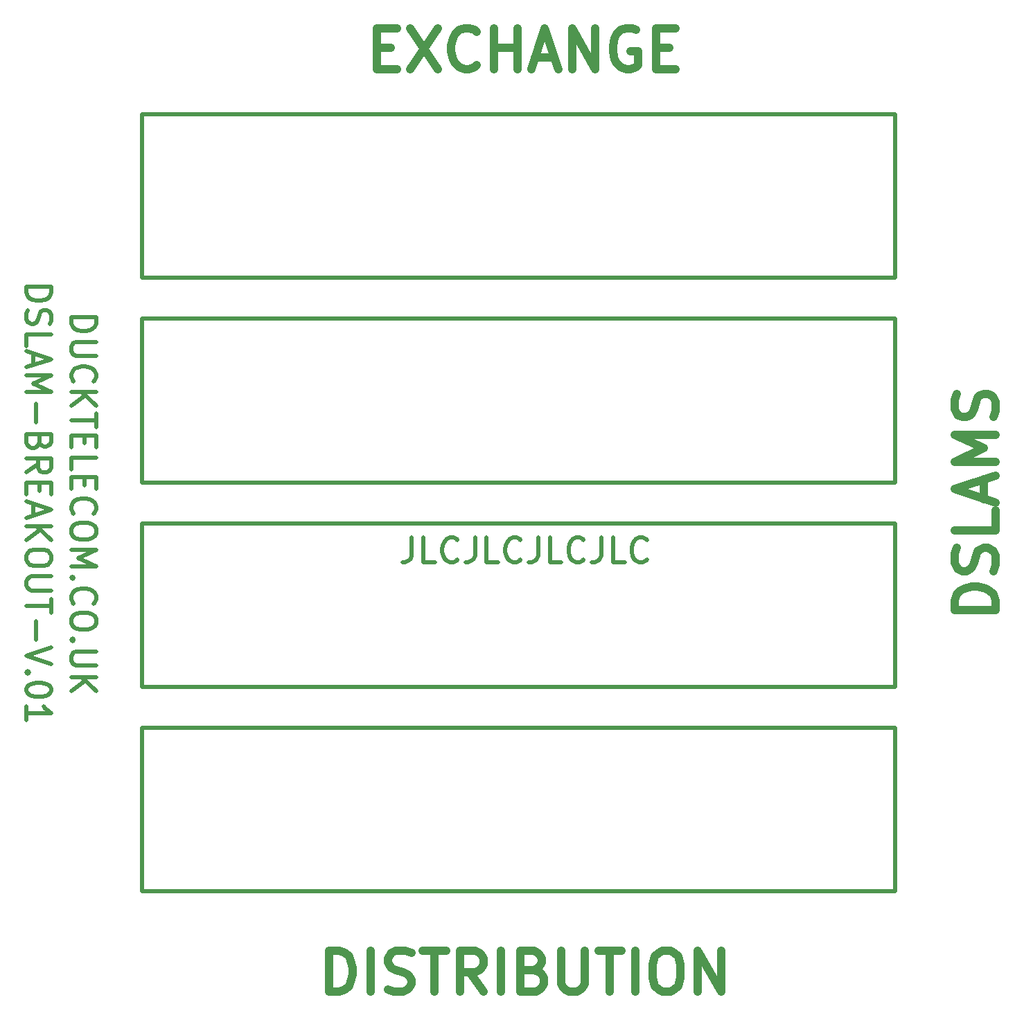
<source format=gto>
G04 #@! TF.GenerationSoftware,KiCad,Pcbnew,(5.1.10-1-10_14)*
G04 #@! TF.CreationDate,2022-03-30T11:00:48+01:00*
G04 #@! TF.ProjectId,RJ21_DSLAM_ADAPTER,524a3231-5f44-4534-9c41-4d5f41444150,rev?*
G04 #@! TF.SameCoordinates,Original*
G04 #@! TF.FileFunction,Legend,Top*
G04 #@! TF.FilePolarity,Positive*
%FSLAX46Y46*%
G04 Gerber Fmt 4.6, Leading zero omitted, Abs format (unit mm)*
G04 Created by KiCad (PCBNEW (5.1.10-1-10_14)) date 2022-03-30 11:00:48*
%MOMM*%
%LPD*%
G01*
G04 APERTURE LIST*
%ADD10C,0.500000*%
%ADD11C,1.000000*%
%ADD12C,5.300000*%
%ADD13C,3.200000*%
%ADD14C,1.500000*%
G04 APERTURE END LIST*
D10*
X88142857Y-109757142D02*
X88142857Y-111900000D01*
X88000000Y-112328571D01*
X87714285Y-112614285D01*
X87285714Y-112757142D01*
X87000000Y-112757142D01*
X91000000Y-112757142D02*
X89571428Y-112757142D01*
X89571428Y-109757142D01*
X93714285Y-112471428D02*
X93571428Y-112614285D01*
X93142857Y-112757142D01*
X92857142Y-112757142D01*
X92428571Y-112614285D01*
X92142857Y-112328571D01*
X92000000Y-112042857D01*
X91857142Y-111471428D01*
X91857142Y-111042857D01*
X92000000Y-110471428D01*
X92142857Y-110185714D01*
X92428571Y-109900000D01*
X92857142Y-109757142D01*
X93142857Y-109757142D01*
X93571428Y-109900000D01*
X93714285Y-110042857D01*
X95857142Y-109757142D02*
X95857142Y-111900000D01*
X95714285Y-112328571D01*
X95428571Y-112614285D01*
X95000000Y-112757142D01*
X94714285Y-112757142D01*
X98714285Y-112757142D02*
X97285714Y-112757142D01*
X97285714Y-109757142D01*
X101428571Y-112471428D02*
X101285714Y-112614285D01*
X100857142Y-112757142D01*
X100571428Y-112757142D01*
X100142857Y-112614285D01*
X99857142Y-112328571D01*
X99714285Y-112042857D01*
X99571428Y-111471428D01*
X99571428Y-111042857D01*
X99714285Y-110471428D01*
X99857142Y-110185714D01*
X100142857Y-109900000D01*
X100571428Y-109757142D01*
X100857142Y-109757142D01*
X101285714Y-109900000D01*
X101428571Y-110042857D01*
X103571428Y-109757142D02*
X103571428Y-111900000D01*
X103428571Y-112328571D01*
X103142857Y-112614285D01*
X102714285Y-112757142D01*
X102428571Y-112757142D01*
X106428571Y-112757142D02*
X105000000Y-112757142D01*
X105000000Y-109757142D01*
X109142857Y-112471428D02*
X109000000Y-112614285D01*
X108571428Y-112757142D01*
X108285714Y-112757142D01*
X107857142Y-112614285D01*
X107571428Y-112328571D01*
X107428571Y-112042857D01*
X107285714Y-111471428D01*
X107285714Y-111042857D01*
X107428571Y-110471428D01*
X107571428Y-110185714D01*
X107857142Y-109900000D01*
X108285714Y-109757142D01*
X108571428Y-109757142D01*
X109000000Y-109900000D01*
X109142857Y-110042857D01*
X111285714Y-109757142D02*
X111285714Y-111900000D01*
X111142857Y-112328571D01*
X110857142Y-112614285D01*
X110428571Y-112757142D01*
X110142857Y-112757142D01*
X114142857Y-112757142D02*
X112714285Y-112757142D01*
X112714285Y-109757142D01*
X116857142Y-112471428D02*
X116714285Y-112614285D01*
X116285714Y-112757142D01*
X116000000Y-112757142D01*
X115571428Y-112614285D01*
X115285714Y-112328571D01*
X115142857Y-112042857D01*
X115000000Y-111471428D01*
X115000000Y-111042857D01*
X115142857Y-110471428D01*
X115285714Y-110185714D01*
X115571428Y-109900000D01*
X116000000Y-109757142D01*
X116285714Y-109757142D01*
X116714285Y-109900000D01*
X116857142Y-110042857D01*
X46542857Y-82814285D02*
X49542857Y-82814285D01*
X49542857Y-83528571D01*
X49400000Y-83957142D01*
X49114285Y-84242857D01*
X48828571Y-84385714D01*
X48257142Y-84528571D01*
X47828571Y-84528571D01*
X47257142Y-84385714D01*
X46971428Y-84242857D01*
X46685714Y-83957142D01*
X46542857Y-83528571D01*
X46542857Y-82814285D01*
X49542857Y-85814285D02*
X47114285Y-85814285D01*
X46828571Y-85957142D01*
X46685714Y-86100000D01*
X46542857Y-86385714D01*
X46542857Y-86957142D01*
X46685714Y-87242857D01*
X46828571Y-87385714D01*
X47114285Y-87528571D01*
X49542857Y-87528571D01*
X46828571Y-90671428D02*
X46685714Y-90528571D01*
X46542857Y-90100000D01*
X46542857Y-89814285D01*
X46685714Y-89385714D01*
X46971428Y-89100000D01*
X47257142Y-88957142D01*
X47828571Y-88814285D01*
X48257142Y-88814285D01*
X48828571Y-88957142D01*
X49114285Y-89100000D01*
X49400000Y-89385714D01*
X49542857Y-89814285D01*
X49542857Y-90100000D01*
X49400000Y-90528571D01*
X49257142Y-90671428D01*
X46542857Y-91957142D02*
X49542857Y-91957142D01*
X46542857Y-93671428D02*
X48257142Y-92385714D01*
X49542857Y-93671428D02*
X47828571Y-91957142D01*
X49542857Y-94528571D02*
X49542857Y-96242857D01*
X46542857Y-95385714D02*
X49542857Y-95385714D01*
X48114285Y-97242857D02*
X48114285Y-98242857D01*
X46542857Y-98671428D02*
X46542857Y-97242857D01*
X49542857Y-97242857D01*
X49542857Y-98671428D01*
X46542857Y-101385714D02*
X46542857Y-99957142D01*
X49542857Y-99957142D01*
X48114285Y-102385714D02*
X48114285Y-103385714D01*
X46542857Y-103814285D02*
X46542857Y-102385714D01*
X49542857Y-102385714D01*
X49542857Y-103814285D01*
X46828571Y-106814285D02*
X46685714Y-106671428D01*
X46542857Y-106242857D01*
X46542857Y-105957142D01*
X46685714Y-105528571D01*
X46971428Y-105242857D01*
X47257142Y-105100000D01*
X47828571Y-104957142D01*
X48257142Y-104957142D01*
X48828571Y-105100000D01*
X49114285Y-105242857D01*
X49400000Y-105528571D01*
X49542857Y-105957142D01*
X49542857Y-106242857D01*
X49400000Y-106671428D01*
X49257142Y-106814285D01*
X49542857Y-108671428D02*
X49542857Y-109242857D01*
X49400000Y-109528571D01*
X49114285Y-109814285D01*
X48542857Y-109957142D01*
X47542857Y-109957142D01*
X46971428Y-109814285D01*
X46685714Y-109528571D01*
X46542857Y-109242857D01*
X46542857Y-108671428D01*
X46685714Y-108385714D01*
X46971428Y-108100000D01*
X47542857Y-107957142D01*
X48542857Y-107957142D01*
X49114285Y-108100000D01*
X49400000Y-108385714D01*
X49542857Y-108671428D01*
X46542857Y-111242857D02*
X49542857Y-111242857D01*
X47400000Y-112242857D01*
X49542857Y-113242857D01*
X46542857Y-113242857D01*
X46828571Y-114671428D02*
X46685714Y-114814285D01*
X46542857Y-114671428D01*
X46685714Y-114528571D01*
X46828571Y-114671428D01*
X46542857Y-114671428D01*
X46828571Y-117814285D02*
X46685714Y-117671428D01*
X46542857Y-117242857D01*
X46542857Y-116957142D01*
X46685714Y-116528571D01*
X46971428Y-116242857D01*
X47257142Y-116100000D01*
X47828571Y-115957142D01*
X48257142Y-115957142D01*
X48828571Y-116100000D01*
X49114285Y-116242857D01*
X49400000Y-116528571D01*
X49542857Y-116957142D01*
X49542857Y-117242857D01*
X49400000Y-117671428D01*
X49257142Y-117814285D01*
X49542857Y-119671428D02*
X49542857Y-120242857D01*
X49400000Y-120528571D01*
X49114285Y-120814285D01*
X48542857Y-120957142D01*
X47542857Y-120957142D01*
X46971428Y-120814285D01*
X46685714Y-120528571D01*
X46542857Y-120242857D01*
X46542857Y-119671428D01*
X46685714Y-119385714D01*
X46971428Y-119100000D01*
X47542857Y-118957142D01*
X48542857Y-118957142D01*
X49114285Y-119100000D01*
X49400000Y-119385714D01*
X49542857Y-119671428D01*
X46828571Y-122242857D02*
X46685714Y-122385714D01*
X46542857Y-122242857D01*
X46685714Y-122100000D01*
X46828571Y-122242857D01*
X46542857Y-122242857D01*
X49542857Y-123671428D02*
X47114285Y-123671428D01*
X46828571Y-123814285D01*
X46685714Y-123957142D01*
X46542857Y-124242857D01*
X46542857Y-124814285D01*
X46685714Y-125100000D01*
X46828571Y-125242857D01*
X47114285Y-125385714D01*
X49542857Y-125385714D01*
X46542857Y-126814285D02*
X49542857Y-126814285D01*
X46542857Y-128528571D02*
X48257142Y-127242857D01*
X49542857Y-128528571D02*
X47828571Y-126814285D01*
X41042857Y-79071428D02*
X44042857Y-79071428D01*
X44042857Y-79785714D01*
X43900000Y-80214285D01*
X43614285Y-80500000D01*
X43328571Y-80642857D01*
X42757142Y-80785714D01*
X42328571Y-80785714D01*
X41757142Y-80642857D01*
X41471428Y-80500000D01*
X41185714Y-80214285D01*
X41042857Y-79785714D01*
X41042857Y-79071428D01*
X41185714Y-81928571D02*
X41042857Y-82357142D01*
X41042857Y-83071428D01*
X41185714Y-83357142D01*
X41328571Y-83500000D01*
X41614285Y-83642857D01*
X41900000Y-83642857D01*
X42185714Y-83500000D01*
X42328571Y-83357142D01*
X42471428Y-83071428D01*
X42614285Y-82500000D01*
X42757142Y-82214285D01*
X42900000Y-82071428D01*
X43185714Y-81928571D01*
X43471428Y-81928571D01*
X43757142Y-82071428D01*
X43900000Y-82214285D01*
X44042857Y-82500000D01*
X44042857Y-83214285D01*
X43900000Y-83642857D01*
X41042857Y-86357142D02*
X41042857Y-84928571D01*
X44042857Y-84928571D01*
X41900000Y-87214285D02*
X41900000Y-88642857D01*
X41042857Y-86928571D02*
X44042857Y-87928571D01*
X41042857Y-88928571D01*
X41042857Y-89928571D02*
X44042857Y-89928571D01*
X41900000Y-90928571D01*
X44042857Y-91928571D01*
X41042857Y-91928571D01*
X42185714Y-93357142D02*
X42185714Y-95642857D01*
X42614285Y-98071428D02*
X42471428Y-98500000D01*
X42328571Y-98642857D01*
X42042857Y-98785714D01*
X41614285Y-98785714D01*
X41328571Y-98642857D01*
X41185714Y-98500000D01*
X41042857Y-98214285D01*
X41042857Y-97071428D01*
X44042857Y-97071428D01*
X44042857Y-98071428D01*
X43900000Y-98357142D01*
X43757142Y-98500000D01*
X43471428Y-98642857D01*
X43185714Y-98642857D01*
X42900000Y-98500000D01*
X42757142Y-98357142D01*
X42614285Y-98071428D01*
X42614285Y-97071428D01*
X41042857Y-101785714D02*
X42471428Y-100785714D01*
X41042857Y-100071428D02*
X44042857Y-100071428D01*
X44042857Y-101214285D01*
X43900000Y-101500000D01*
X43757142Y-101642857D01*
X43471428Y-101785714D01*
X43042857Y-101785714D01*
X42757142Y-101642857D01*
X42614285Y-101500000D01*
X42471428Y-101214285D01*
X42471428Y-100071428D01*
X42614285Y-103071428D02*
X42614285Y-104071428D01*
X41042857Y-104500000D02*
X41042857Y-103071428D01*
X44042857Y-103071428D01*
X44042857Y-104500000D01*
X41900000Y-105642857D02*
X41900000Y-107071428D01*
X41042857Y-105357142D02*
X44042857Y-106357142D01*
X41042857Y-107357142D01*
X41042857Y-108357142D02*
X44042857Y-108357142D01*
X41042857Y-110071428D02*
X42757142Y-108785714D01*
X44042857Y-110071428D02*
X42328571Y-108357142D01*
X44042857Y-111928571D02*
X44042857Y-112500000D01*
X43900000Y-112785714D01*
X43614285Y-113071428D01*
X43042857Y-113214285D01*
X42042857Y-113214285D01*
X41471428Y-113071428D01*
X41185714Y-112785714D01*
X41042857Y-112500000D01*
X41042857Y-111928571D01*
X41185714Y-111642857D01*
X41471428Y-111357142D01*
X42042857Y-111214285D01*
X43042857Y-111214285D01*
X43614285Y-111357142D01*
X43900000Y-111642857D01*
X44042857Y-111928571D01*
X44042857Y-114500000D02*
X41614285Y-114500000D01*
X41328571Y-114642857D01*
X41185714Y-114785714D01*
X41042857Y-115071428D01*
X41042857Y-115642857D01*
X41185714Y-115928571D01*
X41328571Y-116071428D01*
X41614285Y-116214285D01*
X44042857Y-116214285D01*
X44042857Y-117214285D02*
X44042857Y-118928571D01*
X41042857Y-118071428D02*
X44042857Y-118071428D01*
X42185714Y-119928571D02*
X42185714Y-122214285D01*
X44042857Y-123214285D02*
X41042857Y-124214285D01*
X44042857Y-125214285D01*
X41328571Y-126214285D02*
X41185714Y-126357142D01*
X41042857Y-126214285D01*
X41185714Y-126071428D01*
X41328571Y-126214285D01*
X41042857Y-126214285D01*
X44042857Y-128214285D02*
X44042857Y-128500000D01*
X43900000Y-128785714D01*
X43757142Y-128928571D01*
X43471428Y-129071428D01*
X42900000Y-129214285D01*
X42185714Y-129214285D01*
X41614285Y-129071428D01*
X41328571Y-128928571D01*
X41185714Y-128785714D01*
X41042857Y-128500000D01*
X41042857Y-128214285D01*
X41185714Y-127928571D01*
X41328571Y-127785714D01*
X41614285Y-127642857D01*
X42185714Y-127500000D01*
X42900000Y-127500000D01*
X43471428Y-127642857D01*
X43757142Y-127785714D01*
X43900000Y-127928571D01*
X44042857Y-128214285D01*
X41042857Y-132071428D02*
X41042857Y-130357142D01*
X41042857Y-131214285D02*
X44042857Y-131214285D01*
X43614285Y-130928571D01*
X43328571Y-130642857D01*
X43185714Y-130357142D01*
D11*
X159461904Y-118595238D02*
X154461904Y-118595238D01*
X154461904Y-117404761D01*
X154700000Y-116690476D01*
X155176190Y-116214285D01*
X155652380Y-115976190D01*
X156604761Y-115738095D01*
X157319047Y-115738095D01*
X158271428Y-115976190D01*
X158747619Y-116214285D01*
X159223809Y-116690476D01*
X159461904Y-117404761D01*
X159461904Y-118595238D01*
X159223809Y-113833333D02*
X159461904Y-113119047D01*
X159461904Y-111928571D01*
X159223809Y-111452380D01*
X158985714Y-111214285D01*
X158509523Y-110976190D01*
X158033333Y-110976190D01*
X157557142Y-111214285D01*
X157319047Y-111452380D01*
X157080952Y-111928571D01*
X156842857Y-112880952D01*
X156604761Y-113357142D01*
X156366666Y-113595238D01*
X155890476Y-113833333D01*
X155414285Y-113833333D01*
X154938095Y-113595238D01*
X154700000Y-113357142D01*
X154461904Y-112880952D01*
X154461904Y-111690476D01*
X154700000Y-110976190D01*
X159461904Y-106452380D02*
X159461904Y-108833333D01*
X154461904Y-108833333D01*
X158033333Y-105023809D02*
X158033333Y-102642857D01*
X159461904Y-105500000D02*
X154461904Y-103833333D01*
X159461904Y-102166666D01*
X159461904Y-100500000D02*
X154461904Y-100500000D01*
X158033333Y-98833333D01*
X154461904Y-97166666D01*
X159461904Y-97166666D01*
X159223809Y-95023809D02*
X159461904Y-94309523D01*
X159461904Y-93119047D01*
X159223809Y-92642857D01*
X158985714Y-92404761D01*
X158509523Y-92166666D01*
X158033333Y-92166666D01*
X157557142Y-92404761D01*
X157319047Y-92642857D01*
X157080952Y-93119047D01*
X156842857Y-94071428D01*
X156604761Y-94547619D01*
X156366666Y-94785714D01*
X155890476Y-95023809D01*
X155414285Y-95023809D01*
X154938095Y-94785714D01*
X154700000Y-94547619D01*
X154461904Y-94071428D01*
X154461904Y-92880952D01*
X154700000Y-92166666D01*
X78071428Y-165261904D02*
X78071428Y-160261904D01*
X79261904Y-160261904D01*
X79976190Y-160500000D01*
X80452380Y-160976190D01*
X80690476Y-161452380D01*
X80928571Y-162404761D01*
X80928571Y-163119047D01*
X80690476Y-164071428D01*
X80452380Y-164547619D01*
X79976190Y-165023809D01*
X79261904Y-165261904D01*
X78071428Y-165261904D01*
X83071428Y-165261904D02*
X83071428Y-160261904D01*
X85214285Y-165023809D02*
X85928571Y-165261904D01*
X87119047Y-165261904D01*
X87595238Y-165023809D01*
X87833333Y-164785714D01*
X88071428Y-164309523D01*
X88071428Y-163833333D01*
X87833333Y-163357142D01*
X87595238Y-163119047D01*
X87119047Y-162880952D01*
X86166666Y-162642857D01*
X85690476Y-162404761D01*
X85452380Y-162166666D01*
X85214285Y-161690476D01*
X85214285Y-161214285D01*
X85452380Y-160738095D01*
X85690476Y-160500000D01*
X86166666Y-160261904D01*
X87357142Y-160261904D01*
X88071428Y-160500000D01*
X89500000Y-160261904D02*
X92357142Y-160261904D01*
X90928571Y-165261904D02*
X90928571Y-160261904D01*
X96880952Y-165261904D02*
X95214285Y-162880952D01*
X94023809Y-165261904D02*
X94023809Y-160261904D01*
X95928571Y-160261904D01*
X96404761Y-160500000D01*
X96642857Y-160738095D01*
X96880952Y-161214285D01*
X96880952Y-161928571D01*
X96642857Y-162404761D01*
X96404761Y-162642857D01*
X95928571Y-162880952D01*
X94023809Y-162880952D01*
X99023809Y-165261904D02*
X99023809Y-160261904D01*
X103071428Y-162642857D02*
X103785714Y-162880952D01*
X104023809Y-163119047D01*
X104261904Y-163595238D01*
X104261904Y-164309523D01*
X104023809Y-164785714D01*
X103785714Y-165023809D01*
X103309523Y-165261904D01*
X101404761Y-165261904D01*
X101404761Y-160261904D01*
X103071428Y-160261904D01*
X103547619Y-160500000D01*
X103785714Y-160738095D01*
X104023809Y-161214285D01*
X104023809Y-161690476D01*
X103785714Y-162166666D01*
X103547619Y-162404761D01*
X103071428Y-162642857D01*
X101404761Y-162642857D01*
X106404761Y-160261904D02*
X106404761Y-164309523D01*
X106642857Y-164785714D01*
X106880952Y-165023809D01*
X107357142Y-165261904D01*
X108309523Y-165261904D01*
X108785714Y-165023809D01*
X109023809Y-164785714D01*
X109261904Y-164309523D01*
X109261904Y-160261904D01*
X110928571Y-160261904D02*
X113785714Y-160261904D01*
X112357142Y-165261904D02*
X112357142Y-160261904D01*
X115452380Y-165261904D02*
X115452380Y-160261904D01*
X118785714Y-160261904D02*
X119738095Y-160261904D01*
X120214285Y-160500000D01*
X120690476Y-160976190D01*
X120928571Y-161928571D01*
X120928571Y-163595238D01*
X120690476Y-164547619D01*
X120214285Y-165023809D01*
X119738095Y-165261904D01*
X118785714Y-165261904D01*
X118309523Y-165023809D01*
X117833333Y-164547619D01*
X117595238Y-163595238D01*
X117595238Y-161928571D01*
X117833333Y-160976190D01*
X118309523Y-160500000D01*
X118785714Y-160261904D01*
X123071428Y-165261904D02*
X123071428Y-160261904D01*
X125928571Y-165261904D01*
X125928571Y-160261904D01*
X83904761Y-49842857D02*
X85571428Y-49842857D01*
X86285714Y-52461904D02*
X83904761Y-52461904D01*
X83904761Y-47461904D01*
X86285714Y-47461904D01*
X87952380Y-47461904D02*
X91285714Y-52461904D01*
X91285714Y-47461904D02*
X87952380Y-52461904D01*
X96047619Y-51985714D02*
X95809523Y-52223809D01*
X95095238Y-52461904D01*
X94619047Y-52461904D01*
X93904761Y-52223809D01*
X93428571Y-51747619D01*
X93190476Y-51271428D01*
X92952380Y-50319047D01*
X92952380Y-49604761D01*
X93190476Y-48652380D01*
X93428571Y-48176190D01*
X93904761Y-47700000D01*
X94619047Y-47461904D01*
X95095238Y-47461904D01*
X95809523Y-47700000D01*
X96047619Y-47938095D01*
X98190476Y-52461904D02*
X98190476Y-47461904D01*
X98190476Y-49842857D02*
X101047619Y-49842857D01*
X101047619Y-52461904D02*
X101047619Y-47461904D01*
X103190476Y-51033333D02*
X105571428Y-51033333D01*
X102714285Y-52461904D02*
X104380952Y-47461904D01*
X106047619Y-52461904D01*
X107714285Y-52461904D02*
X107714285Y-47461904D01*
X110571428Y-52461904D01*
X110571428Y-47461904D01*
X115571428Y-47700000D02*
X115095238Y-47461904D01*
X114380952Y-47461904D01*
X113666666Y-47700000D01*
X113190476Y-48176190D01*
X112952380Y-48652380D01*
X112714285Y-49604761D01*
X112714285Y-50319047D01*
X112952380Y-51271428D01*
X113190476Y-51747619D01*
X113666666Y-52223809D01*
X114380952Y-52461904D01*
X114857142Y-52461904D01*
X115571428Y-52223809D01*
X115809523Y-51985714D01*
X115809523Y-50319047D01*
X114857142Y-50319047D01*
X117952380Y-49842857D02*
X119619047Y-49842857D01*
X120333333Y-52461904D02*
X117952380Y-52461904D01*
X117952380Y-47461904D01*
X120333333Y-47461904D01*
D10*
X55200000Y-58000000D02*
X55200000Y-78000000D01*
X147200000Y-58000000D02*
X147200000Y-78000000D01*
X55200000Y-58000000D02*
X147200000Y-58000000D01*
X55200000Y-78000000D02*
X147200000Y-78000000D01*
X55200000Y-103000000D02*
X147200000Y-103000000D01*
X55200000Y-83000000D02*
X147200000Y-83000000D01*
X147200000Y-83000000D02*
X147200000Y-103000000D01*
X55200000Y-83000000D02*
X55200000Y-103000000D01*
X55200000Y-108000000D02*
X55200000Y-128000000D01*
X147200000Y-108000000D02*
X147200000Y-128000000D01*
X55200000Y-108000000D02*
X147200000Y-108000000D01*
X55200000Y-128000000D02*
X147200000Y-128000000D01*
X55200000Y-153000000D02*
X147200000Y-153000000D01*
X55200000Y-133000000D02*
X147200000Y-133000000D01*
X147200000Y-133000000D02*
X147200000Y-153000000D01*
X55200000Y-133000000D02*
X55200000Y-153000000D01*
%LPC*%
D12*
X157200000Y-48000000D03*
X157200000Y-163000000D03*
X45200000Y-163000000D03*
X45200000Y-48000000D03*
D13*
X63775000Y-68000000D03*
X138625000Y-68000000D03*
D14*
X75280000Y-65855000D03*
X77440000Y-65855000D03*
X79600000Y-65855000D03*
X81760000Y-65855000D03*
X83920000Y-65855000D03*
X86080000Y-65855000D03*
X88240000Y-65855000D03*
X90400000Y-65855000D03*
X92560000Y-65855000D03*
X94720000Y-65855000D03*
X96880000Y-65855000D03*
X99040000Y-65855000D03*
X101200000Y-65855000D03*
X103360000Y-65855000D03*
X105520000Y-65855000D03*
X107680000Y-65855000D03*
X109840000Y-65855000D03*
X112000000Y-65855000D03*
X114160000Y-65855000D03*
X116320000Y-65855000D03*
X118480000Y-65855000D03*
X120640000Y-65855000D03*
X122800000Y-65855000D03*
X124960000Y-65855000D03*
X127120000Y-65855000D03*
X75280000Y-70145000D03*
X77440000Y-70145000D03*
X79600000Y-70145000D03*
X81760000Y-70145000D03*
X83920000Y-70145000D03*
X86080000Y-70145000D03*
X88240000Y-70145000D03*
X90400000Y-70145000D03*
X92560000Y-70145000D03*
X94720000Y-70145000D03*
X96880000Y-70145000D03*
X99040000Y-70145000D03*
X101200000Y-70145000D03*
X103360000Y-70145000D03*
X105520000Y-70145000D03*
X107680000Y-70145000D03*
X109840000Y-70145000D03*
X112000000Y-70145000D03*
X114160000Y-70145000D03*
X116320000Y-70145000D03*
X118480000Y-70145000D03*
X120640000Y-70145000D03*
X122800000Y-70145000D03*
X124960000Y-70145000D03*
X127120000Y-70145000D03*
X127120000Y-95145000D03*
X124960000Y-95145000D03*
X122800000Y-95145000D03*
X120640000Y-95145000D03*
X118480000Y-95145000D03*
X116320000Y-95145000D03*
X114160000Y-95145000D03*
X112000000Y-95145000D03*
X109840000Y-95145000D03*
X107680000Y-95145000D03*
X105520000Y-95145000D03*
X103360000Y-95145000D03*
X101200000Y-95145000D03*
X99040000Y-95145000D03*
X96880000Y-95145000D03*
X94720000Y-95145000D03*
X92560000Y-95145000D03*
X90400000Y-95145000D03*
X88240000Y-95145000D03*
X86080000Y-95145000D03*
X83920000Y-95145000D03*
X81760000Y-95145000D03*
X79600000Y-95145000D03*
X77440000Y-95145000D03*
X75280000Y-95145000D03*
X127120000Y-90855000D03*
X124960000Y-90855000D03*
X122800000Y-90855000D03*
X120640000Y-90855000D03*
X118480000Y-90855000D03*
X116320000Y-90855000D03*
X114160000Y-90855000D03*
X112000000Y-90855000D03*
X109840000Y-90855000D03*
X107680000Y-90855000D03*
X105520000Y-90855000D03*
X103360000Y-90855000D03*
X101200000Y-90855000D03*
X99040000Y-90855000D03*
X96880000Y-90855000D03*
X94720000Y-90855000D03*
X92560000Y-90855000D03*
X90400000Y-90855000D03*
X88240000Y-90855000D03*
X86080000Y-90855000D03*
X83920000Y-90855000D03*
X81760000Y-90855000D03*
X79600000Y-90855000D03*
X77440000Y-90855000D03*
X75280000Y-90855000D03*
D13*
X138625000Y-93000000D03*
X63775000Y-93000000D03*
X63775000Y-118000000D03*
X138625000Y-118000000D03*
D14*
X75280000Y-115855000D03*
X77440000Y-115855000D03*
X79600000Y-115855000D03*
X81760000Y-115855000D03*
X83920000Y-115855000D03*
X86080000Y-115855000D03*
X88240000Y-115855000D03*
X90400000Y-115855000D03*
X92560000Y-115855000D03*
X94720000Y-115855000D03*
X96880000Y-115855000D03*
X99040000Y-115855000D03*
X101200000Y-115855000D03*
X103360000Y-115855000D03*
X105520000Y-115855000D03*
X107680000Y-115855000D03*
X109840000Y-115855000D03*
X112000000Y-115855000D03*
X114160000Y-115855000D03*
X116320000Y-115855000D03*
X118480000Y-115855000D03*
X120640000Y-115855000D03*
X122800000Y-115855000D03*
X124960000Y-115855000D03*
X127120000Y-115855000D03*
X75280000Y-120145000D03*
X77440000Y-120145000D03*
X79600000Y-120145000D03*
X81760000Y-120145000D03*
X83920000Y-120145000D03*
X86080000Y-120145000D03*
X88240000Y-120145000D03*
X90400000Y-120145000D03*
X92560000Y-120145000D03*
X94720000Y-120145000D03*
X96880000Y-120145000D03*
X99040000Y-120145000D03*
X101200000Y-120145000D03*
X103360000Y-120145000D03*
X105520000Y-120145000D03*
X107680000Y-120145000D03*
X109840000Y-120145000D03*
X112000000Y-120145000D03*
X114160000Y-120145000D03*
X116320000Y-120145000D03*
X118480000Y-120145000D03*
X120640000Y-120145000D03*
X122800000Y-120145000D03*
X124960000Y-120145000D03*
X127120000Y-120145000D03*
X127120000Y-145145000D03*
X124960000Y-145145000D03*
X122800000Y-145145000D03*
X120640000Y-145145000D03*
X118480000Y-145145000D03*
X116320000Y-145145000D03*
X114160000Y-145145000D03*
X112000000Y-145145000D03*
X109840000Y-145145000D03*
X107680000Y-145145000D03*
X105520000Y-145145000D03*
X103360000Y-145145000D03*
X101200000Y-145145000D03*
X99040000Y-145145000D03*
X96880000Y-145145000D03*
X94720000Y-145145000D03*
X92560000Y-145145000D03*
X90400000Y-145145000D03*
X88240000Y-145145000D03*
X86080000Y-145145000D03*
X83920000Y-145145000D03*
X81760000Y-145145000D03*
X79600000Y-145145000D03*
X77440000Y-145145000D03*
X75280000Y-145145000D03*
X127120000Y-140855000D03*
X124960000Y-140855000D03*
X122800000Y-140855000D03*
X120640000Y-140855000D03*
X118480000Y-140855000D03*
X116320000Y-140855000D03*
X114160000Y-140855000D03*
X112000000Y-140855000D03*
X109840000Y-140855000D03*
X107680000Y-140855000D03*
X105520000Y-140855000D03*
X103360000Y-140855000D03*
X101200000Y-140855000D03*
X99040000Y-140855000D03*
X96880000Y-140855000D03*
X94720000Y-140855000D03*
X92560000Y-140855000D03*
X90400000Y-140855000D03*
X88240000Y-140855000D03*
X86080000Y-140855000D03*
X83920000Y-140855000D03*
X81760000Y-140855000D03*
X79600000Y-140855000D03*
X77440000Y-140855000D03*
X75280000Y-140855000D03*
D13*
X138625000Y-143000000D03*
X63775000Y-143000000D03*
M02*

</source>
